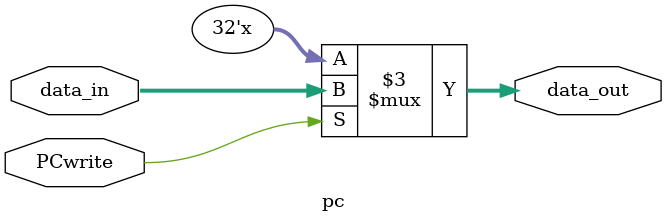
<source format=v>
module pc(data_out,data_in,PCwrite);
    
    output reg [31:0] data_out;
    input wire [31:0] data_in;
    input wire PCwrite;
   
   always @(data_in)
        begin          
              if(PCwrite)
                		data_out <= data_in;
              else
                	 data_out <= data_out;
         end 
endmodule

</source>
